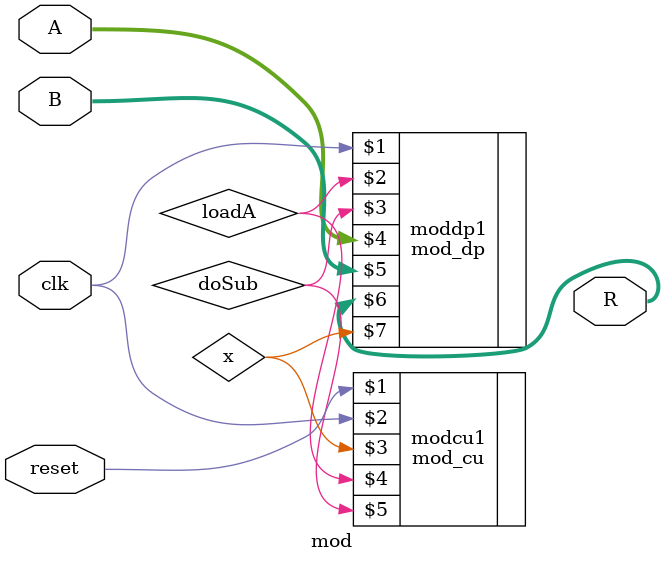
<source format=v>
module mod(
	input [31:0] A,
	input [31:0] B,
	input reset,
	input clk,
	output [31:0] R
);
wire x, loadA, doSub;
mod_cu modcu1(
	reset,
	clk,
	x,
	loadA,
	doSub
);
mod_dp moddp1(
	clk,
	loadA,
	doSub,
	A[31:0],
	B[31:0],
	R[31:0],
	x
);
endmodule

</source>
